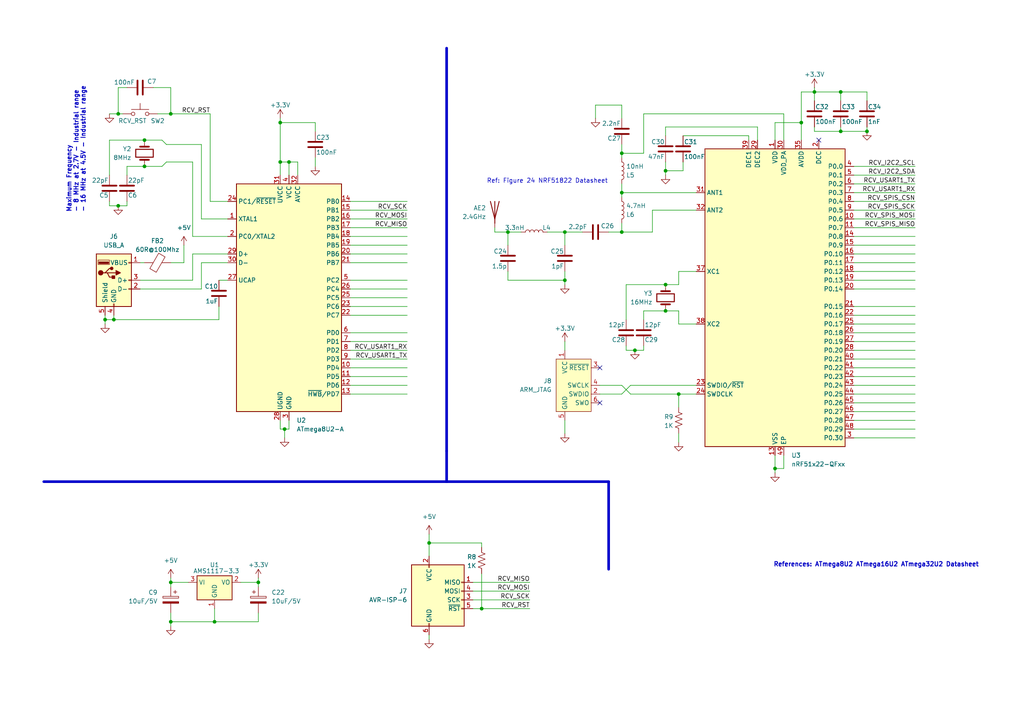
<source format=kicad_sch>
(kicad_sch (version 20231120) (generator "eeschema") (generator_version "8.0")
  (paper "A4")
  (title_block (title "SUDI - Receiver Schematic") (date "2024-07-07") (rev "2") (company "AHAH_TERROR") (comment 1 "Made With Love By AH"))
  (lib_symbols
    (symbol "Connector:AVR-ISP-6" (pin_names (offset 1.016))
      (property "Reference" "J" (at -6.35 11.43 0))
      (property "Value" "AVR-ISP-6" (at 0 11.43 0))
      (symbol "AVR-ISP-6_0_1"
        (rectangle (start -2.667 -6.858) (end -2.413 -7.62))
        (rectangle (start -2.667 10.16) (end -2.413 9.398))
        (rectangle (start 7.62 -2.413) (end 6.858 -2.667))
        (rectangle (start 7.62 0.127) (end 6.858 -0.127))
        (rectangle (start 7.62 2.667) (end 6.858 2.413))
        (rectangle (start 7.62 5.207) (end 6.858 4.953))
        (rectangle (start 7.62 10.16) (end -7.62 -7.62) (stroke (width 0.254)) (fill (type background)))
      )
      (symbol "AVR-ISP-6_1_1"
        (pin passive line (at 10.16 5.08 180) (length 2.54) (name "MISO") (number "1"))
        (pin passive line (at -2.54 12.7 270) (length 2.54) (name "VCC") (number "2"))
        (pin passive line (at 10.16 0 180) (length 2.54) (name "SCK") (number "3"))
        (pin passive line (at 10.16 2.54 180) (length 2.54) (name "MOSI") (number "4"))
        (pin passive line (at 10.16 -2.54 180) (length 2.54) (name "~{RST}") (number "5"))
        (pin passive line (at -2.54 -10.16 90) (length 2.54) (name "GND") (number "6"))
      )
    )
    (symbol "Connector:Conn_ARM_SWD_TagConnect_TC2030-NL" (in_bom no)
      (property "Reference" "J" (at 2.54 11.43 0))
      (property "Value" "Conn_ARM_SWD_TagConnect_TC2030-NL" (at 2.54 8.89 0))
      (symbol "Conn_ARM_SWD_TagConnect_TC2030-NL_0_0"
        (pin power_in line (at -2.54 10.16 270) (length 2.54) (name "VCC") (number "1"))
        (pin bidirectional line (at 7.62 -2.54 180) (length 2.54) (name "SWDIO") (number "2"))
        (pin open_collector line (at 7.62 5.08 180) (length 2.54) (name "~{RESET}") (number "3"))
        (pin output line (at 7.62 0 180) (length 2.54) (name "SWCLK") (number "4"))
        (pin power_in line (at -2.54 -10.16 90) (length 2.54) (name "GND") (number "5"))
        (pin input line (at 7.62 -5.08 180) (length 2.54) (name "SWO") (number "6"))
      )
      (symbol "Conn_ARM_SWD_TagConnect_TC2030-NL_0_1"
        (rectangle (start -5.08 7.62) (end 5.08 -7.62) (fill (type background)))
      )
    )
    (symbol "Connector:USB_A" (pin_names (offset 1.016))
      (property "Reference" "J" (at -5.08 11.43 0))
      (property "Value" "USB_A" (at -5.08 8.89 0))
      (symbol "USB_A_0_1"
        (rectangle (start -5.08 -7.62) (end 5.08 7.62) (stroke (width 0.254)) (fill (type background)))
        (circle (center -3.81 2.159) (radius 0.635) (stroke (width 0.254)) (fill (type outline)))
        (rectangle (start -1.524 4.826) (end -4.318 5.334) (fill (type outline)))
        (rectangle (start -1.27 4.572) (end -4.572 5.842))
        (circle (center -0.635 3.429) (radius 0.381) (stroke (width 0.254)) (fill (type outline)))
        (rectangle (start -0.127 -7.62) (end 0.127 -6.858))
        (polyline (pts (xy -3.175 2.159) (xy -2.54 2.159) (xy -1.27 3.429) (xy -0.635 3.429)) (stroke (width 0.254)))
        (polyline (pts (xy -2.54 2.159) (xy -1.905 2.159) (xy -1.27 0.889) (xy 0 0.889)) (stroke (width 0.254)))
        (polyline (pts (xy 0.635 2.794) (xy 0.635 1.524) (xy 1.905 2.159) (xy 0.635 2.794)) (stroke (width 0.254)) (fill (type outline)))
        (rectangle (start 0.254 1.27) (end -0.508 0.508) (stroke (width 0.254)) (fill (type outline)))
        (rectangle (start 5.08 -2.667) (end 4.318 -2.413))
        (rectangle (start 5.08 -0.127) (end 4.318 0.127))
        (rectangle (start 5.08 4.953) (end 4.318 5.207))
      )
      (symbol "USB_A_1_1"
        (polyline (pts (xy -1.905 2.159) (xy 0.635 2.159)) (stroke (width 0.254)))
        (pin power_in line (at 7.62 5.08 180) (length 2.54) (name "VBUS") (number "1"))
        (pin bidirectional line (at 7.62 -2.54 180) (length 2.54) (name "D-") (number "2"))
        (pin bidirectional line (at 7.62 0 180) (length 2.54) (name "D+") (number "3"))
        (pin power_in line (at 0 -10.16 90) (length 2.54) (name "GND") (number "4"))
        (pin passive line (at -2.54 -10.16 90) (length 2.54) (name "Shield") (number "5"))
      )
    )
    (symbol "Device:Antenna" (pin_numbers hide) (pin_names (offset 1.016) hide)
      (property "Reference" "AE" (at -1.905 1.905 0))
      (property "Value" "Antenna" (at -1.905 0 0))
      (symbol "Antenna_0_1"
        (polyline (pts (xy 0 2.54) (xy 0 -3.81)) (stroke (width 0.254)))
        (polyline (pts (xy 1.27 2.54) (xy 0 -2.54) (xy -1.27 2.54)) (stroke (width 0.254)))
      )
      (symbol "Antenna_1_1"
        (pin input line (at 0 -5.08 90) (length 2.54) (name "A") (number "1"))
      )
    )
    (symbol "Device:C" (pin_numbers hide) (pin_names (offset 0.254))
      (property "Reference" "C" (at 0.635 2.54 0))
      (property "Value" "C" (at 0.635 -2.54 0))
      (symbol "C_0_1"
        (polyline (pts (xy -2.032 -0.762) (xy 2.032 -0.762)) (stroke (width 0.508)))
        (polyline (pts (xy -2.032 0.762) (xy 2.032 0.762)) (stroke (width 0.508)))
      )
      (symbol "C_1_1"
        (pin passive line (at 0 3.81 270) (length 2.794) (name "~") (number "1"))
        (pin passive line (at 0 -3.81 90) (length 2.794) (name "~") (number "2"))
      )
    )
    (symbol "Device:C_Polarized" (pin_numbers hide) (pin_names (offset 0.254))
      (property "Reference" "C" (at 0.635 2.54 0))
      (property "Value" "C_Polarized" (at 0.635 -2.54 0))
      (symbol "C_Polarized_0_1"
        (rectangle (start -2.286 0.508) (end 2.286 1.016))
        (polyline (pts (xy -1.778 2.286) (xy -0.762 2.286)))
        (polyline (pts (xy -1.27 2.794) (xy -1.27 1.778)))
        (rectangle (start 2.286 -0.508) (end -2.286 -1.016) (fill (type outline)))
      )
      (symbol "C_Polarized_1_1"
        (pin passive line (at 0 3.81 270) (length 2.794) (name "~") (number "1"))
        (pin passive line (at 0 -3.81 90) (length 2.794) (name "~") (number "2"))
      )
    )
    (symbol "Device:Crystal" (pin_numbers hide) (pin_names (offset 1.016) hide)
      (property "Reference" "Y" (at 0 3.81 0))
      (property "Value" "Crystal" (at 0 -3.81 0))
      (symbol "Crystal_0_1"
        (rectangle (start -1.143 2.54) (end 1.143 -2.54) (stroke (width 0.3048)))
        (polyline (pts (xy -2.54 0) (xy -1.905 0)))
        (polyline (pts (xy -1.905 -1.27) (xy -1.905 1.27)) (stroke (width 0.508)))
        (polyline (pts (xy 1.905 -1.27) (xy 1.905 1.27)) (stroke (width 0.508)))
        (polyline (pts (xy 2.54 0) (xy 1.905 0)))
      )
      (symbol "Crystal_1_1"
        (pin passive line (at -3.81 0 0) (length 1.27) (name "1") (number "1"))
        (pin passive line (at 3.81 0 180) (length 1.27) (name "2") (number "2"))
      )
    )
    (symbol "Device:FerriteBead" (pin_numbers hide) (pin_names (offset 0))
      (property "Reference" "FB" (at -3.81 0.635 90))
      (property "Value" "FerriteBead" (at 3.81 0 90))
      (symbol "FerriteBead_0_1"
        (polyline (pts (xy 0 -1.27) (xy 0 -1.2192)))
        (polyline (pts (xy 0 1.27) (xy 0 1.2954)))
        (polyline (pts (xy -2.7686 0.4064) (xy -1.7018 2.2606) (xy 2.7686 -0.3048) (xy 1.6764 -2.159) (xy -2.7686 0.4064)))
      )
      (symbol "FerriteBead_1_1"
        (pin passive line (at 0 3.81 270) (length 2.54) (name "~") (number "1"))
        (pin passive line (at 0 -3.81 90) (length 2.54) (name "~") (number "2"))
      )
    )
    (symbol "Device:L" (pin_numbers hide) (pin_names (offset 1.016) hide)
      (property "Reference" "L" (at -1.27 0 90))
      (property "Value" "L" (at 1.905 0 90))
      (symbol "L_0_1"
        (arc (start 0 -2.54) (mid 0.6323 -1.905) (end 0 -1.27))
        (arc (start 0 -1.27) (mid 0.6323 -0.635) (end 0 0))
        (arc (start 0 0) (mid 0.6323 0.635) (end 0 1.27))
        (arc (start 0 1.27) (mid 0.6323 1.905) (end 0 2.54))
      )
      (symbol "L_1_1"
        (pin passive line (at 0 3.81 270) (length 1.27) (name "1") (number "1"))
        (pin passive line (at 0 -3.81 90) (length 1.27) (name "2") (number "2"))
      )
    )
    (symbol "Device:R_US" (pin_numbers hide) (pin_names (offset 0))
      (property "Reference" "R" (at 2.54 0 90))
      (property "Value" "R_US" (at -2.54 0 90))
      (symbol "R_US_0_1"
        (polyline (pts (xy 0 -2.286) (xy 0 -2.54)))
        (polyline (pts (xy 0 2.286) (xy 0 2.54)))
        (polyline (pts (xy 0 -0.762) (xy 1.016 -1.143) (xy 0 -1.524) (xy -1.016 -1.905) (xy 0 -2.286)))
        (polyline (pts (xy 0 0.762) (xy 1.016 0.381) (xy 0 0) (xy -1.016 -0.381) (xy 0 -0.762)))
        (polyline (pts (xy 0 2.286) (xy 1.016 1.905) (xy 0 1.524) (xy -1.016 1.143) (xy 0 0.762)))
      )
      (symbol "R_US_1_1"
        (pin passive line (at 0 3.81 270) (length 1.27) (name "~") (number "1"))
        (pin passive line (at 0 -3.81 90) (length 1.27) (name "~") (number "2"))
      )
    )
    (symbol "MCU_Microchip_ATmega:ATmega8U2-A"
      (property "Reference" "U" (at -15.24 34.29 0))
      (property "Value" "ATmega8U2-A" (at 2.54 -34.29 0))
      (symbol "ATmega8U2-A_0_1"
        (rectangle (start -15.24 -33.02) (end 15.24 33.02) (stroke (width 0.254)) (fill (type background)))
      )
      (symbol "ATmega8U2-A_1_1"
        (pin input line (at -17.78 22.86 0) (length 2.54) (name "XTAL1") (number "1"))
        (pin bidirectional line (at 17.78 -20.32 180) (length 2.54) (name "PD4") (number "10"))
        (pin bidirectional line (at 17.78 -22.86 180) (length 2.54) (name "PD5") (number "11"))
        (pin bidirectional line (at 17.78 -25.4 180) (length 2.54) (name "PD6") (number "12"))
        (pin bidirectional line (at 17.78 -27.94 180) (length 2.54) (name "~{HWB}/PD7") (number "13"))
        (pin bidirectional line (at 17.78 27.94 180) (length 2.54) (name "PB0") (number "14"))
        (pin bidirectional line (at 17.78 25.4 180) (length 2.54) (name "PB1") (number "15"))
        (pin bidirectional line (at 17.78 22.86 180) (length 2.54) (name "PB2") (number "16"))
        (pin bidirectional line (at 17.78 20.32 180) (length 2.54) (name "PB3") (number "17"))
        (pin bidirectional line (at 17.78 17.78 180) (length 2.54) (name "PB4") (number "18"))
        (pin bidirectional line (at 17.78 15.24 180) (length 2.54) (name "PB5") (number "19"))
        (pin bidirectional line (at -17.78 17.78 0) (length 2.54) (name "PC0/XTAL2") (number "2"))
        (pin bidirectional line (at 17.78 12.7 180) (length 2.54) (name "PB6") (number "20"))
        (pin bidirectional line (at 17.78 10.16 180) (length 2.54) (name "PB7") (number "21"))
        (pin bidirectional line (at 17.78 -5.08 180) (length 2.54) (name "PC7") (number "22"))
        (pin bidirectional line (at 17.78 -2.54 180) (length 2.54) (name "PC6") (number "23"))
        (pin bidirectional line (at -17.78 27.94 0) (length 2.54) (name "PC1/~{RESET}") (number "24"))
        (pin bidirectional line (at 17.78 0 180) (length 2.54) (name "PC5") (number "25"))
        (pin bidirectional line (at 17.78 2.54 180) (length 2.54) (name "PC4") (number "26"))
        (pin passive line (at -17.78 5.08 0) (length 2.54) (name "UCAP") (number "27"))
        (pin power_in line (at -2.54 -35.56 90) (length 2.54) (name "UGND") (number "28"))
        (pin bidirectional line (at -17.78 12.7 0) (length 2.54) (name "D+") (number "29"))
        (pin power_in line (at 0 -35.56 90) (length 2.54) (name "GND") (number "3"))
        (pin bidirectional line (at -17.78 10.16 0) (length 2.54) (name "D-") (number "30"))
        (pin power_in line (at -2.54 35.56 270) (length 2.54) (name "UVCC") (number "31"))
        (pin power_in line (at 2.54 35.56 270) (length 2.54) (name "AVCC") (number "32"))
        (pin power_in line (at 0 35.56 270) (length 2.54) (name "VCC") (number "4"))
        (pin bidirectional line (at 17.78 5.08 180) (length 2.54) (name "PC2") (number "5"))
        (pin bidirectional line (at 17.78 -10.16 180) (length 2.54) (name "PD0") (number "6"))
        (pin bidirectional line (at 17.78 -12.7 180) (length 2.54) (name "PD1") (number "7"))
        (pin bidirectional line (at 17.78 -15.24 180) (length 2.54) (name "PD2") (number "8"))
        (pin bidirectional line (at 17.78 -17.78 180) (length 2.54) (name "PD3") (number "9"))
      )
    )
    (symbol "MCU_Nordic:nRF51x22-QFxx"
      (property "Reference" "U" (at 0 2.54 0))
      (property "Value" "nRF51x22-QFxx" (at 0 -2.54 0))
      (symbol "nRF51x22-QFxx_0_1"
        (rectangle (start -20.32 43.18) (end 20.32 -43.18) (stroke (width 0.254)) (fill (type background)))
      )
      (symbol "nRF51x22-QFxx_1_1"
        (pin power_in line (at 0 45.72 270) (length 2.54) (name "VDD") (number "1"))
        (pin bidirectional line (at 22.86 22.86 180) (length 2.54) (name "P0.6") (number "10"))
        (pin bidirectional line (at 22.86 20.32 180) (length 2.54) (name "P0.7") (number "11"))
        (pin passive line (at 0 45.72 270) (length 2.54) hide (name "VDD") (number "12"))
        (pin power_in line (at 0 -45.72 90) (length 2.54) (name "VSS") (number "13"))
        (pin bidirectional line (at 22.86 17.78 180) (length 2.54) (name "P0.8") (number "14"))
        (pin bidirectional line (at 22.86 15.24 180) (length 2.54) (name "P0.9") (number "15"))
        (pin bidirectional line (at 22.86 12.7 180) (length 2.54) (name "P0.10") (number "16"))
        (pin bidirectional line (at 22.86 10.16 180) (length 2.54) (name "P0.11") (number "17"))
        (pin bidirectional line (at 22.86 7.62 180) (length 2.54) (name "P0.12") (number "18"))
        (pin bidirectional line (at 22.86 5.08 180) (length 2.54) (name "P0.13") (number "19"))
        (pin power_out line (at 12.7 45.72 270) (length 2.54) (name "DCC") (number "2"))
        (pin bidirectional line (at 22.86 2.54 180) (length 2.54) (name "P0.14") (number "20"))
        (pin bidirectional line (at 22.86 -2.54 180) (length 2.54) (name "P0.15") (number "21"))
        (pin bidirectional line (at 22.86 -5.08 180) (length 2.54) (name "P0.16") (number "22"))
        (pin bidirectional line (at -22.86 -25.4 0) (length 2.54) (name "SWDIO/~{RST}") (number "23"))
        (pin input line (at -22.86 -27.94 0) (length 2.54) (name "SWDCLK") (number "24"))
        (pin bidirectional line (at 22.86 -7.62 180) (length 2.54) (name "P0.17") (number "25"))
        (pin bidirectional line (at 22.86 -10.16 180) (length 2.54) (name "P0.18") (number "26"))
        (pin bidirectional line (at 22.86 -12.7 180) (length 2.54) (name "P0.19") (number "27"))
        (pin bidirectional line (at 22.86 -15.24 180) (length 2.54) (name "P0.20") (number "28"))
        (pin passive line (at -5.08 45.72 270) (length 2.54) (name "DEC2") (number "29"))
        (pin bidirectional line (at 22.86 -40.64 180) (length 2.54) (name "P0.30") (number "3"))
        (pin power_out line (at 2.54 45.72 270) (length 2.54) (name "VDD_PA") (number "30"))
        (pin output line (at -22.86 30.48 0) (length 2.54) (name "ANT1") (number "31"))
        (pin output line (at -22.86 25.4 0) (length 2.54) (name "ANT2") (number "32"))
        (pin passive line (at 0 -45.72 90) (length 2.54) hide (name "VSS") (number "33"))
        (pin passive line (at 0 -45.72 90) (length 2.54) hide (name "VSS") (number "34"))
        (pin power_in line (at 7.62 45.72 270) (length 2.54) (name "AVDD") (number "35"))
        (pin passive line (at 7.62 45.72 270) (length 2.54) hide (name "AVDD") (number "36"))
        (pin input line (at -22.86 7.62 0) (length 2.54) (name "XC1") (number "37"))
        (pin input line (at -22.86 -7.62 0) (length 2.54) (name "XC2") (number "38"))
        (pin passive line (at -7.62 45.72 270) (length 2.54) (name "DEC1") (number "39"))
        (pin bidirectional line (at 22.86 38.1 180) (length 2.54) (name "P0.0") (number "4"))
        (pin bidirectional line (at 22.86 -17.78 180) (length 2.54) (name "P0.21") (number "40"))
        (pin bidirectional line (at 22.86 -20.32 180) (length 2.54) (name "P0.22") (number "41"))
        (pin bidirectional line (at 22.86 -22.86 180) (length 2.54) (name "P0.23") (number "42"))
        (pin bidirectional line (at 22.86 -25.4 180) (length 2.54) (name "P0.24") (number "43"))
        (pin bidirectional line (at 22.86 -27.94 180) (length 2.54) (name "P0.25") (number "44"))
        (pin bidirectional line (at 22.86 -30.48 180) (length 2.54) (name "P0.26") (number "45"))
        (pin bidirectional line (at 22.86 -33.02 180) (length 2.54) (name "P0.27") (number "46"))
        (pin bidirectional line (at 22.86 -35.56 180) (length 2.54) (name "P0.28") (number "47"))
        (pin bidirectional line (at 22.86 -38.1 180) (length 2.54) (name "P0.29") (number "48"))
        (pin power_in line (at 2.54 -45.72 90) (length 2.54) (name "EP") (number "49"))
        (pin bidirectional line (at 22.86 35.56 180) (length 2.54) (name "P0.1") (number "5"))
        (pin bidirectional line (at 22.86 33.02 180) (length 2.54) (name "P0.2") (number "6"))
        (pin bidirectional line (at 22.86 30.48 180) (length 2.54) (name "P0.3") (number "7"))
        (pin bidirectional line (at 22.86 27.94 180) (length 2.54) (name "P0.4") (number "8"))
        (pin bidirectional line (at 22.86 25.4 180) (length 2.54) (name "P0.5") (number "9"))
      )
    )
    (symbol "Regulator_Linear:AMS1117-3.3"
      (property "Reference" "U" (at -3.81 3.175 0))
      (property "Value" "AMS1117-3.3" (at 0 3.175 0))
      (symbol "AMS1117-3.3_0_1"
        (rectangle (start -5.08 -5.08) (end 5.08 1.905) (stroke (width 0.254)) (fill (type background)))
      )
      (symbol "AMS1117-3.3_1_1"
        (pin power_in line (at 0 -7.62 90) (length 2.54) (name "GND") (number "1"))
        (pin power_out line (at 7.62 0 180) (length 2.54) (name "VO") (number "2"))
        (pin power_in line (at -7.62 0 0) (length 2.54) (name "VI") (number "3"))
      )
    )
    (symbol "Switch:SW_Push" (pin_numbers hide) (pin_names (offset 1.016) hide)
      (property "Reference" "SW" (at 1.27 2.54 0))
      (property "Value" "SW_Push" (at 0 -1.524 0))
      (symbol "SW_Push_0_1"
        (circle (center -2.032 0) (radius 0.508))
        (polyline (pts (xy 0 1.27) (xy 0 3.048)))
        (polyline (pts (xy 2.54 1.27) (xy -2.54 1.27)))
        (circle (center 2.032 0) (radius 0.508))
        (pin passive line (at -5.08 0 0) (length 2.54) (name "1") (number "1"))
        (pin passive line (at 5.08 0 180) (length 2.54) (name "2") (number "2"))
      )
    )
    (symbol "power:+3.3V" (power) (pin_numbers hide) (pin_names (offset 0) hide)
      (property "Value" "+3.3V" (at 0 3.556 0))
      (symbol "+3.3V_0_1"
        (polyline (pts (xy -0.762 1.27) (xy 0 2.54)))
        (polyline (pts (xy 0 0) (xy 0 2.54)))
        (polyline (pts (xy 0 2.54) (xy 0.762 1.27)))
      )
      (symbol "+3.3V_1_1"
        (pin power_in line (at 0 0 90) (length 0) (name "~") (number "1"))
      )
    )
    (symbol "power:+5V" (power) (pin_names (offset 0))
      (property "Value" "+5V" (at 0 3.556 0))
      (symbol "+5V_0_1"
        (polyline (pts (xy -0.762 1.27) (xy 0 2.54)))
        (polyline (pts (xy 0 0) (xy 0 2.54)))
        (polyline (pts (xy 0 2.54) (xy 0.762 1.27)))
      )
      (symbol "+5V_1_1"
        (pin power_in line (at 0 0 90) (length 0) hide (name "+5V") (number "1"))
      )
    )
    (symbol "power:GND" (power) (pin_names (offset 0))
      (property "Value" "GND" (at 0 -3.81 0))
      (symbol "GND_0_1"
        (polyline (pts (xy 0 0) (xy 0 -1.27) (xy 1.27 -1.27) (xy 0 -2.54) (xy -1.27 -1.27) (xy 0 -1.27)))
      )
      (symbol "GND_1_1"
        (pin power_in line (at 0 0 270) (length 0) hide (name "GND") (number "1"))
      )
    )
  )
  (junction (at 83.82 46.99))
  (junction (at 74.93 168.91))
  (junction (at 124.46 157.48))
  (junction (at 251.46 38.1))
  (junction (at 34.29 59.69))
  (junction (at 163.83 67.31))
  (junction (at 34.29 33.02))
  (junction (at 193.04 90.17))
  (junction (at 49.53 168.91))
  (junction (at 193.04 49.53))
  (junction (at 180.34 67.31))
  (junction (at 184.15 101.6))
  (junction (at 236.22 26.67))
  (junction (at 49.53 33.02))
  (junction (at 180.34 44.45))
  (junction (at 196.85 114.3))
  (junction (at 224.79 135.89))
  (junction (at 81.28 35.56))
  (junction (at 243.84 26.67))
  (junction (at 62.23 180.34))
  (junction (at 193.04 82.55))
  (junction (at 49.53 180.34))
  (junction (at 82.55 124.46))
  (junction (at 180.34 55.88))
  (junction (at 232.41 35.56))
  (junction (at 41.91 40.64))
  (junction (at 33.02 92.71))
  (junction (at 30.48 92.71))
  (junction (at 243.84 38.1))
  (junction (at 41.91 48.26))
  (junction (at 81.28 46.99))
  (junction (at 163.83 81.28))
  (junction (at 139.7 176.53))
  (junction (at 147.32 67.31))
  (no_connect (at 173.99 106.68))
  (no_connect (at 237.49 40.64))
  (no_connect (at 173.99 116.84))
  (wire (pts (xy 251.46 29.21) (xy 251.46 26.67)))
  (wire (pts (xy 247.65 58.42) (xy 265.43 58.42)))
  (wire (pts (xy 74.93 167.64) (xy 74.93 168.91)))
  (wire (pts (xy 86.36 50.8) (xy 86.36 46.99)))
  (wire (pts (xy 55.88 46.99) (xy 48.26 46.99)))
  (wire (pts (xy 74.93 177.8) (xy 74.93 180.34)))
  (wire (pts (xy 101.6 114.3) (xy 118.11 114.3)))
  (wire (pts (xy 34.29 33.02) (xy 31.75 33.02)))
  (wire (pts (xy 173.99 111.76) (xy 180.34 111.76)))
  (wire (pts (xy 34.29 25.4) (xy 34.29 33.02)))
  (wire (pts (xy 101.6 91.44) (xy 118.11 91.44)))
  (wire (pts (xy 60.96 33.02) (xy 49.53 33.02)))
  (wire (pts (xy 137.16 168.91) (xy 153.67 168.91)))
  (wire (pts (xy 48.26 46.99) (xy 46.99 48.26)))
  (wire (pts (xy 163.83 71.12) (xy 163.83 67.31)))
  (wire (pts (xy 181.61 82.55) (xy 193.04 82.55)))
  (wire (pts (xy 181.61 92.71) (xy 181.61 82.55)))
  (wire (pts (xy 60.96 58.42) (xy 60.96 33.02)))
  (wire (pts (xy 227.33 135.89) (xy 224.79 135.89)))
  (wire (pts (xy 55.88 81.28) (xy 40.64 81.28)))
  (wire (pts (xy 243.84 26.67) (xy 236.22 26.67)))
  (wire (pts (xy 236.22 29.21) (xy 236.22 26.67)))
  (wire (pts (xy 180.34 67.31) (xy 180.34 64.77)))
  (wire (pts (xy 163.83 81.28) (xy 163.83 82.55)))
  (wire (pts (xy 74.93 168.91) (xy 69.85 168.91)))
  (wire (pts (xy 247.65 124.46) (xy 265.43 124.46)))
  (wire (pts (xy 82.55 124.46) (xy 83.82 124.46)))
  (wire (pts (xy 101.6 101.6) (xy 118.11 101.6)))
  (wire (pts (xy 31.75 58.42) (xy 31.75 59.69)))
  (wire (pts (xy 232.41 26.67) (xy 232.41 35.56)))
  (wire (pts (xy 81.28 35.56) (xy 91.44 35.56)))
  (wire (pts (xy 247.65 88.9) (xy 265.43 88.9)))
  (wire (pts (xy 247.65 63.5) (xy 265.43 63.5)))
  (wire (pts (xy 180.34 55.88) (xy 180.34 53.34)))
  (wire (pts (xy 147.32 78.74) (xy 147.32 81.28)))
  (wire (pts (xy 180.34 111.76) (xy 182.88 114.3)))
  (wire (pts (xy 81.28 46.99) (xy 81.28 50.8)))
  (wire (pts (xy 196.85 90.17) (xy 193.04 90.17)))
  (wire (pts (xy 172.72 30.48) (xy 180.34 30.48)))
  (wire (pts (xy 55.88 68.58) (xy 66.04 68.58)))
  (wire (pts (xy 184.15 101.6) (xy 186.69 101.6)))
  (wire (pts (xy 101.6 88.9) (xy 118.11 88.9)))
  (polyline (pts (xy 129.54 130.81) (xy 129.54 139.7)) (stroke (width 0.762)))
  (wire (pts (xy 180.34 55.88) (xy 201.93 55.88)))
  (wire (pts (xy 193.04 49.53) (xy 198.12 49.53)))
  (wire (pts (xy 247.65 71.12) (xy 265.43 71.12)))
  (wire (pts (xy 247.65 81.28) (xy 265.43 81.28)))
  (wire (pts (xy 186.69 90.17) (xy 193.04 90.17)))
  (wire (pts (xy 53.34 76.2) (xy 49.53 76.2)))
  (wire (pts (xy 196.85 93.98) (xy 201.93 93.98)))
  (wire (pts (xy 163.83 67.31) (xy 168.91 67.31)))
  (wire (pts (xy 48.26 41.91) (xy 58.42 41.91)))
  (wire (pts (xy 101.6 68.58) (xy 118.11 68.58)))
  (wire (pts (xy 180.34 45.72) (xy 180.34 44.45)))
  (wire (pts (xy 101.6 76.2) (xy 118.11 76.2)))
  (wire (pts (xy 247.65 48.26) (xy 265.43 48.26)))
  (wire (pts (xy 247.65 50.8) (xy 265.43 50.8)))
  (wire (pts (xy 182.88 111.76) (xy 201.93 111.76)))
  (wire (pts (xy 193.04 82.55) (xy 196.85 82.55)))
  (wire (pts (xy 172.72 30.48) (xy 172.72 34.29)))
  (wire (pts (xy 198.12 49.53) (xy 198.12 46.99)))
  (wire (pts (xy 33.02 92.71) (xy 30.48 92.71)))
  (wire (pts (xy 247.65 119.38) (xy 265.43 119.38)))
  (polyline (pts (xy 176.53 139.7) (xy 176.53 165.1)) (stroke (width 0.762)))
  (wire (pts (xy 49.53 168.91) (xy 49.53 170.18)))
  (wire (pts (xy 247.65 106.68) (xy 265.43 106.68)))
  (wire (pts (xy 137.16 171.45) (xy 153.67 171.45)))
  (wire (pts (xy 81.28 35.56) (xy 81.28 46.99)))
  (wire (pts (xy 143.51 67.31) (xy 147.32 67.31)))
  (wire (pts (xy 124.46 184.15) (xy 124.46 185.42)))
  (wire (pts (xy 243.84 36.83) (xy 243.84 38.1)))
  (wire (pts (xy 81.28 121.92) (xy 81.28 124.46)))
  (wire (pts (xy 31.75 50.8) (xy 31.75 40.64)))
  (wire (pts (xy 139.7 176.53) (xy 153.67 176.53)))
  (wire (pts (xy 91.44 38.1) (xy 91.44 35.56)))
  (wire (pts (xy 247.65 53.34) (xy 265.43 53.34)))
  (wire (pts (xy 217.17 40.64) (xy 217.17 39.37)))
  (wire (pts (xy 186.69 101.6) (xy 186.69 100.33)))
  (wire (pts (xy 101.6 104.14) (xy 118.11 104.14)))
  (wire (pts (xy 196.85 114.3) (xy 196.85 118.11)))
  (wire (pts (xy 180.34 57.15) (xy 180.34 55.88)))
  (wire (pts (xy 139.7 157.48) (xy 124.46 157.48)))
  (wire (pts (xy 247.65 66.04) (xy 265.43 66.04)))
  (wire (pts (xy 49.53 180.34) (xy 49.53 181.61)))
  (polyline (pts (xy 12.7 139.7) (xy 129.54 139.7)) (stroke (width 0.762)))
  (wire (pts (xy 58.42 41.91) (xy 58.42 63.5)))
  (wire (pts (xy 58.42 83.82) (xy 58.42 76.2)))
  (wire (pts (xy 247.65 93.98) (xy 265.43 93.98)))
  (wire (pts (xy 181.61 101.6) (xy 184.15 101.6)))
  (wire (pts (xy 101.6 71.12) (xy 118.11 71.12)))
  (wire (pts (xy 247.65 114.3) (xy 265.43 114.3)))
  (wire (pts (xy 101.6 99.06) (xy 118.11 99.06)))
  (wire (pts (xy 83.82 46.99) (xy 83.82 50.8)))
  (wire (pts (xy 137.16 173.99) (xy 153.67 173.99)))
  (wire (pts (xy 31.75 59.69) (xy 34.29 59.69)))
  (wire (pts (xy 193.04 46.99) (xy 193.04 49.53)))
  (wire (pts (xy 48.26 41.91) (xy 46.99 40.64)))
  (wire (pts (xy 163.83 78.74) (xy 163.83 81.28)))
  (wire (pts (xy 201.93 60.96) (xy 189.23 60.96)))
  (wire (pts (xy 147.32 71.12) (xy 147.32 67.31)))
  (wire (pts (xy 247.65 127) (xy 265.43 127)))
  (wire (pts (xy 101.6 81.28) (xy 118.11 81.28)))
  (wire (pts (xy 62.23 180.34) (xy 49.53 180.34)))
  (wire (pts (xy 101.6 111.76) (xy 118.11 111.76)))
  (wire (pts (xy 40.64 83.82) (xy 58.42 83.82)))
  (wire (pts (xy 163.83 99.06) (xy 163.83 101.6)))
  (wire (pts (xy 236.22 25.4) (xy 236.22 26.67)))
  (wire (pts (xy 55.88 73.66) (xy 55.88 81.28)))
  (wire (pts (xy 83.82 46.99) (xy 81.28 46.99)))
  (wire (pts (xy 36.83 25.4) (xy 34.29 25.4)))
  (wire (pts (xy 196.85 125.73) (xy 196.85 128.27)))
  (wire (pts (xy 124.46 157.48) (xy 124.46 161.29)))
  (wire (pts (xy 147.32 81.28) (xy 163.83 81.28)))
  (wire (pts (xy 232.41 35.56) (xy 224.79 35.56)))
  (wire (pts (xy 247.65 104.14) (xy 265.43 104.14)))
  (wire (pts (xy 41.91 48.26) (xy 46.99 48.26)))
  (wire (pts (xy 101.6 63.5) (xy 118.11 63.5)))
  (wire (pts (xy 247.65 116.84) (xy 265.43 116.84)))
  (polyline (pts (xy 129.54 130.81) (xy 129.54 13.97)) (stroke (width 0.762)))
  (wire (pts (xy 101.6 96.52) (xy 118.11 96.52)))
  (wire (pts (xy 186.69 92.71) (xy 186.69 90.17)))
  (wire (pts (xy 219.71 36.83) (xy 219.71 40.64)))
  (wire (pts (xy 193.04 39.37) (xy 193.04 36.83)))
  (wire (pts (xy 247.65 68.58) (xy 265.43 68.58)))
  (wire (pts (xy 143.51 66.04) (xy 143.51 67.31)))
  (wire (pts (xy 247.65 121.92) (xy 265.43 121.92)))
  (wire (pts (xy 189.23 67.31) (xy 180.34 67.31)))
  (wire (pts (xy 35.56 33.02) (xy 34.29 33.02)))
  (wire (pts (xy 251.46 26.67) (xy 243.84 26.67)))
  (wire (pts (xy 247.65 91.44) (xy 265.43 91.44)))
  (wire (pts (xy 55.88 46.99) (xy 55.88 68.58)))
  (wire (pts (xy 101.6 86.36) (xy 118.11 86.36)))
  (wire (pts (xy 224.79 135.89) (xy 224.79 137.16)))
  (wire (pts (xy 139.7 158.75) (xy 139.7 157.48)))
  (wire (pts (xy 189.23 60.96) (xy 189.23 67.31)))
  (wire (pts (xy 30.48 91.44) (xy 30.48 92.71)))
  (wire (pts (xy 247.65 73.66) (xy 265.43 73.66)))
  (wire (pts (xy 201.93 78.74) (xy 196.85 78.74)))
  (wire (pts (xy 224.79 132.08) (xy 224.79 135.89)))
  (wire (pts (xy 186.69 33.02) (xy 227.33 33.02)))
  (wire (pts (xy 58.42 76.2) (xy 66.04 76.2)))
  (wire (pts (xy 227.33 33.02) (xy 227.33 40.64)))
  (wire (pts (xy 247.65 101.6) (xy 265.43 101.6)))
  (wire (pts (xy 163.83 121.92) (xy 163.83 125.73)))
  (wire (pts (xy 82.55 124.46) (xy 82.55 127)))
  (wire (pts (xy 173.99 114.3) (xy 180.34 114.3)))
  (wire (pts (xy 44.45 25.4) (xy 49.53 25.4)))
  (wire (pts (xy 58.42 63.5) (xy 66.04 63.5)))
  (wire (pts (xy 33.02 91.44) (xy 33.02 92.71)))
  (wire (pts (xy 236.22 38.1) (xy 243.84 38.1)))
  (wire (pts (xy 36.83 50.8) (xy 36.83 48.26)))
  (wire (pts (xy 232.41 40.64) (xy 232.41 35.56)))
  (wire (pts (xy 41.91 40.64) (xy 46.99 40.64)))
  (wire (pts (xy 193.04 49.53) (xy 193.04 50.8)))
  (wire (pts (xy 247.65 109.22) (xy 265.43 109.22)))
  (wire (pts (xy 36.83 48.26) (xy 41.91 48.26)))
  (wire (pts (xy 49.53 25.4) (xy 49.53 33.02)))
  (wire (pts (xy 139.7 166.37) (xy 139.7 176.53)))
  (wire (pts (xy 81.28 124.46) (xy 82.55 124.46)))
  (wire (pts (xy 101.6 58.42) (xy 118.11 58.42)))
  (wire (pts (xy 182.88 114.3) (xy 196.85 114.3)))
  (wire (pts (xy 186.69 33.02) (xy 186.69 44.45)))
  (wire (pts (xy 49.53 168.91) (xy 54.61 168.91)))
  (wire (pts (xy 243.84 29.21) (xy 243.84 26.67)))
  (wire (pts (xy 137.16 176.53) (xy 139.7 176.53)))
  (polyline (pts (xy 129.54 139.7) (xy 176.53 139.7)) (stroke (width 0.762)))
  (wire (pts (xy 49.53 167.64) (xy 49.53 168.91)))
  (wire (pts (xy 63.5 81.28) (xy 66.04 81.28)))
  (wire (pts (xy 41.91 76.2) (xy 40.64 76.2)))
  (wire (pts (xy 101.6 109.22) (xy 118.11 109.22)))
  (wire (pts (xy 124.46 154.94) (xy 124.46 157.48)))
  (wire (pts (xy 196.85 78.74) (xy 196.85 82.55)))
  (wire (pts (xy 86.36 46.99) (xy 83.82 46.99)))
  (wire (pts (xy 224.79 35.56) (xy 224.79 40.64)))
  (wire (pts (xy 101.6 60.96) (xy 118.11 60.96)))
  (wire (pts (xy 74.93 180.34) (xy 62.23 180.34)))
  (wire (pts (xy 31.75 40.64) (xy 41.91 40.64)))
  (wire (pts (xy 217.17 39.37) (xy 198.12 39.37)))
  (wire (pts (xy 182.88 111.76) (xy 180.34 114.3)))
  (wire (pts (xy 247.65 99.06) (xy 265.43 99.06)))
  (wire (pts (xy 62.23 176.53) (xy 62.23 180.34)))
  (wire (pts (xy 101.6 106.68) (xy 118.11 106.68)))
  (wire (pts (xy 147.32 67.31) (xy 151.13 67.31)))
  (wire (pts (xy 101.6 83.82) (xy 118.11 83.82)))
  (wire (pts (xy 247.65 96.52) (xy 265.43 96.52)))
  (wire (pts (xy 196.85 90.17) (xy 196.85 93.98)))
  (wire (pts (xy 243.84 38.1) (xy 251.46 38.1)))
  (wire (pts (xy 227.33 132.08) (xy 227.33 135.89)))
  (wire (pts (xy 181.61 100.33) (xy 181.61 101.6)))
  (wire (pts (xy 30.48 92.71) (xy 30.48 93.98)))
  (wire (pts (xy 180.34 30.48) (xy 180.34 34.29)))
  (wire (pts (xy 66.04 58.42) (xy 60.96 58.42)))
  (wire (pts (xy 247.65 60.96) (xy 265.43 60.96)))
  (wire (pts (xy 186.69 44.45) (xy 180.34 44.45)))
  (wire (pts (xy 251.46 38.1) (xy 251.46 36.83)))
  (wire (pts (xy 158.75 67.31) (xy 163.83 67.31)))
  (wire (pts (xy 101.6 66.04) (xy 118.11 66.04)))
  (wire (pts (xy 101.6 73.66) (xy 118.11 73.66)))
  (wire (pts (xy 34.29 59.69) (xy 36.83 59.69)))
  (wire (pts (xy 247.65 55.88) (xy 265.43 55.88)))
  (wire (pts (xy 81.28 34.29) (xy 81.28 35.56)))
  (wire (pts (xy 201.93 114.3) (xy 196.85 114.3)))
  (wire (pts (xy 63.5 88.9) (xy 63.5 92.71)))
  (wire (pts (xy 49.53 33.02) (xy 45.72 33.02)))
  (wire (pts (xy 236.22 36.83) (xy 236.22 38.1)))
  (wire (pts (xy 180.34 44.45) (xy 180.34 41.91)))
  (wire (pts (xy 74.93 170.18) (xy 74.93 168.91)))
  (wire (pts (xy 247.65 111.76) (xy 265.43 111.76)))
  (wire (pts (xy 33.02 92.71) (xy 63.5 92.71)))
  (wire (pts (xy 66.04 73.66) (xy 55.88 73.66)))
  (wire (pts (xy 83.82 124.46) (xy 83.82 121.92)))
  (wire (pts (xy 36.83 59.69) (xy 36.83 58.42)))
  (wire (pts (xy 176.53 67.31) (xy 180.34 67.31)))
  (wire (pts (xy 91.44 45.72) (xy 91.44 48.26)))
  (wire (pts (xy 193.04 36.83) (xy 219.71 36.83)))
  (wire (pts (xy 236.22 26.67) (xy 232.41 26.67)))
  (wire (pts (xy 247.65 78.74) (xy 265.43 78.74)))
  (wire (pts (xy 247.65 83.82) (xy 265.43 83.82)))
  (wire (pts (xy 247.65 76.2) (xy 265.43 76.2)))
  (wire (pts (xy 49.53 177.8) (xy 49.53 180.34)))
  (wire (pts (xy 53.34 71.12) (xy 53.34 76.2)))
  (image (at 118.11 -87.63))
  (text "Maximum Frequency\n- 8 MHz at 2.7V - Industrial range\n- 16 MHz at 4.5V - Industrial range" (at 22.098 61.722 90) (effects (font (size 1.27 1.27) (bold yes)) (justify left)))
  (text "Ref: Figure 24 NRF51822 Datasheet" (at 158.75 52.578 0) (effects (font (size 1.27 1.27))))
  (text "References: ATmega8U2 ATmega16U2 ATmega32U2 Datasheet" (at 283.972 163.83 0) (effects (font (size 1.27 1.27) (bold yes)) (justify right)))
  (label "RCV_MISO" (at 118.11 66.04 180))
  (label "RCV_USART1_TX" (at 118.11 104.14 180))
  (label "RCV_SPIS_MOSI" (at 265.43 63.5 180))
  (label "RCV_SCK" (at 118.11 60.96 180))
  (label "RCV_MOSI" (at 153.67 171.45 180))
  (label "RCV_RST" (at 153.67 176.53 180))
  (label "RCV_MOSI" (at 118.11 63.5 180))
  (label "RCV_USART1_RX" (at 118.11 101.6 180))
  (label "RCV_SPIS_MISO" (at 265.43 66.04 180))
  (label "RCV_USART1_RX" (at 265.43 55.88 180))
  (label "RCV_USART1_TX" (at 265.43 53.34 180))
  (label "RCV_RST" (at 60.96 33.02 180))
  (label "RCV_SPIS_SCK" (at 265.43 60.96 180))
  (label "RCV_I2C2_SCL" (at 265.43 48.26 180))
  (label "RCV_I2C2_SDA" (at 265.43 50.8 180))
  (label "RCV_SCK" (at 153.67 173.99 180))
  (label "RCV_SPIS_CSN" (at 265.43 58.42 180))
  (label "RCV_MISO" (at 153.67 168.91 180))
  (symbol (lib_id "power:GND") (at 34.29 59.69 0) (unit 1) (on_board no)
    (property "Reference" "#PWR017" (effects (hide yes)))
    (property "Value" "GND" (effects (hide yes)))
  )
  (symbol (lib_id "power:+5V") (at 49.53 167.64 0) (unit 1) (on_board no)
    (property "Reference" "#PWR024" (effects (hide yes)))
    (property "Value" "+5V" (at 49.53 162.56 0))
  )
  (symbol (lib_id "Device:C") (at 181.61 96.52 180) (unit 1) (on_board no)
    (property "Reference" "C28" (at 181.356 98.552 0) (effects (justify left)))
    (property "Value" "12pF" (at 181.356 94.234 0) (effects (justify left)))
    (property "Footprint" "Capacitor_SMD:C_0805_2012Metric_Pad1.18x1.45mm_HandSolder" (effects (hide yes)))
    (property "Description" "Unpolarized capacitor" (effects (hide yes)))
  )
  (symbol (lib_id "power:GND") (at 196.85 128.27 0) (unit 1) (on_board no)
    (property "Reference" "#PWR052" (effects (hide yes)))
    (property "Value" "GND" (effects (hide yes)))
  )
  (symbol (lib_id "Device:L") (at 154.94 67.31 90) (unit 1) (on_board no)
    (property "Reference" "L4" (at 159.766 66.04 90) (effects (justify left)))
    (property "Value" "3.3nH" (at 152.146 66.04 90) (effects (justify left)))
    (property "Footprint" "Inductor_SMD:L_0603_1608Metric_Pad1.05x0.95mm_HandSolder" (effects (hide yes)))
    (property "Description" "Inductor" (effects (hide yes)))
  )
  (symbol (lib_id "Device:C") (at 198.12 43.18 0) (unit 1) (on_board no)
    (property "Reference" "C31" (at 198.374 41.148 0) (effects (justify left)))
    (property "Value" "100nF" (at 198.374 45.466 0) (effects (justify left)))
    (property "Footprint" "Capacitor_SMD:C_0805_2012Metric_Pad1.18x1.45mm_HandSolder" (effects (hide yes)))
    (property "Description" "Unpolarized capacitor" (effects (hide yes)))
  )
  (symbol (lib_id "Device:C") (at 147.32 74.93 0) (mirror y) (unit 1) (on_board no)
    (property "Reference" "C24" (at 147.066 72.898 0) (effects (justify left)))
    (property "Value" "1.5p" (at 147.066 77.216 0) (effects (justify left)))
    (property "Footprint" "Capacitor_SMD:C_0805_2012Metric_Pad1.18x1.45mm_HandSolder" (effects (hide yes)))
    (property "Description" "Unpolarized capacitor" (effects (hide yes)))
  )
  (symbol (lib_id "power:GND") (at 251.46 38.1 0) (unit 1) (on_board no)
    (property "Reference" "#PWR055" (effects (hide yes)))
    (property "Value" "GND" (effects (hide yes)))
  )
  (symbol (lib_id "power:GND") (at 82.55 127 0) (mirror y) (unit 1) (on_board no)
    (property "Reference" "#PWR032" (effects (hide yes)))
    (property "Value" "GND" (effects (hide yes)))
  )
  (symbol (lib_id "Device:C") (at 36.83 54.61 0) (mirror x) (unit 1) (on_board no)
    (property "Reference" "C6" (at 37.084 56.642 0) (effects (justify left)))
    (property "Value" "22pF" (at 37.084 52.324 0) (effects (justify left)))
    (property "Footprint" "Capacitor_SMD:C_0805_2012Metric_Pad1.18x1.45mm_HandSolder" (effects (hide yes)))
    (property "Description" "Unpolarized capacitor" (effects (hide yes)))
  )
  (symbol (lib_id "MCU_Nordic:nRF51x22-QFxx") (at 224.79 86.36 0) (unit 1) (on_board no)
    (property "Reference" "U3" (at 229.5241 132.08 0) (effects (justify left)))
    (property "Value" "nRF51x22-QFxx" (at 229.5241 134.62 0) (effects (justify left)))
    (property "Footprint" "Package_DFN_QFN:QFN-48-1EP_6x6mm_P0.4mm_EP4.6x4.6mm" (effects (hide yes)))
    (property "Datasheet" "http://infocenter.nordicsemi.com/pdf/nRF51822_PS_v3.3.pdf" (effects (hide yes)))
    (property "Description" "Multiprotocol BLE/2.4GHz Cortex-M0+ SoC" (effects (hide yes)))
  )
  (symbol (lib_id "Device:C") (at 186.69 96.52 0) (mirror x) (unit 1) (on_board no)
    (property "Reference" "C29" (at 186.944 98.552 0) (effects (justify left)))
    (property "Value" "12pF" (at 186.944 94.234 0) (effects (justify left)))
    (property "Footprint" "Capacitor_SMD:C_0805_2012Metric_Pad1.18x1.45mm_HandSolder" (effects (hide yes)))
    (property "Description" "Unpolarized capacitor" (effects (hide yes)))
  )
  (symbol (lib_id "Device:C") (at 31.75 54.61 180) (unit 1) (on_board no)
    (property "Reference" "C5" (at 31.496 56.642 0) (effects (justify left)))
    (property "Value" "22pF" (at 31.496 52.324 0) (effects (justify left)))
    (property "Footprint" "Capacitor_SMD:C_0805_2012Metric_Pad1.18x1.45mm_HandSolder" (effects (hide yes)))
    (property "Description" "Unpolarized capacitor" (effects (hide yes)))
  )
  (symbol (lib_id "Device:C") (at 243.84 33.02 0) (unit 1) (on_board no)
    (property "Reference" "C33" (at 244.094 30.988 0) (effects (justify left)))
    (property "Value" "100nF" (at 244.094 35.306 0) (effects (justify left)))
    (property "Footprint" "Capacitor_SMD:C_0805_2012Metric_Pad1.18x1.45mm_HandSolder" (effects (hide yes)))
    (property "Description" "Unpolarized capacitor" (effects (hide yes)))
  )
  (symbol (lib_id "Device:L") (at 180.34 60.96 0) (mirror x) (unit 1) (on_board no)
    (property "Reference" "L6" (at 181.61 62.2301 0) (effects (justify left)))
    (property "Value" "4.7nH" (at 181.61 59.6901 0) (effects (justify left)))
    (property "Footprint" "Inductor_SMD:L_0603_1608Metric_Pad1.05x0.95mm_HandSolder" (effects (hide yes)))
    (property "Description" "Inductor" (effects (hide yes)))
  )
  (symbol (lib_id "power:GND") (at 30.48 93.98 0) (unit 1) (on_board no)
    (property "Reference" "#PWR04" (effects (hide yes)))
    (property "Value" "GND" (effects (hide yes)))
  )
  (symbol (lib_id "power:GND") (at 49.53 181.61 0) (unit 1) (on_board no)
    (property "Reference" "#PWR025" (effects (hide yes)))
    (property "Value" "GND" (effects (hide yes)))
  )
  (symbol (lib_id "Device:C") (at 236.22 33.02 0) (unit 1) (on_board no)
    (property "Reference" "C32" (at 236.474 30.988 0) (effects (justify left)))
    (property "Value" "100nF" (at 236.474 35.306 0) (effects (justify left)))
    (property "Footprint" "Capacitor_SMD:C_0805_2012Metric_Pad1.18x1.45mm_HandSolder" (effects (hide yes)))
    (property "Description" "Unpolarized capacitor" (effects (hide yes)))
  )
  (symbol (lib_id "Device:C") (at 251.46 33.02 0) (unit 1) (on_board no)
    (property "Reference" "C34" (at 251.714 30.988 0) (effects (justify left)))
    (property "Value" "1nF" (at 251.714 35.306 0) (effects (justify left)))
    (property "Footprint" "Capacitor_SMD:C_0805_2012Metric_Pad1.18x1.45mm_HandSolder" (effects (hide yes)))
    (property "Description" "Unpolarized capacitor" (effects (hide yes)))
  )
  (symbol (lib_id "Connector:USB_A") (at 33.02 81.28 0) (unit 1) (on_board no)
    (property "Reference" "J6" (at 33.02 68.58 0))
    (property "Value" "USB_A" (at 33.02 71.12 0))
    (property "Footprint" "Connector_USB:USB_A_CNCTech_1001-011-01101_Horizontal" (effects (hide yes)))
    (property "Datasheet" " ~" (effects (hide yes)))
    (property "Description" "USB Type A connector" (effects (hide yes)))
  )
  (symbol (lib_id "Device:FerriteBead") (at 45.72 76.2 90) (unit 1) (on_board no)
    (property "Reference" "FB2" (at 45.6692 69.85 90))
    (property "Value" "60R@100Mhz" (at 45.6692 72.39 90))
    (property "Footprint" "Inductor_SMD:L_0603_1608Metric_Pad1.05x0.95mm_HandSolder" (effects (hide yes)))
    (property "Description" "Ferrite bead" (effects (hide yes)))
  )
  (symbol (lib_id "power:GND") (at 172.72 34.29 0) (unit 1) (on_board no)
    (property "Reference" "#PWR049" (effects (hide yes)))
    (property "Value" "GND" (effects (hide yes)))
  )
  (symbol (lib_id "Switch:SW_Push") (at 40.64 33.02 0) (unit 1) (on_board no)
    (property "Reference" "SW2" (at 43.688 35.052 0) (effects (justify left)))
    (property "Value" "RCV_RST" (at 34.29 35.052 0) (effects (justify left)))
    (property "Footprint" "Button_Switch_SMD:SW_Push_1P1T_NO_6x6mm_H9.5mm" (effects (hide yes)))
    (property "Description" "Push button switch, generic, two pins" (effects (hide yes)))
  )
  (symbol (lib_id "power:+3.3V") (at 163.83 99.06 0) (unit 1) (on_board no)
    (property "Reference" "#PWR047" (effects (hide yes)))
    (property "Value" "+3.3V" (at 163.83 95.25 0))
    (property "Description" "Power symbol creates a global label with name \"+3.3V\"" (effects (hide yes)))
  )
  (symbol (lib_id "power:GND") (at 163.83 82.55 0) (mirror y) (unit 1) (on_board no)
    (property "Reference" "#PWR046" (effects (hide yes)))
    (property "Value" "GND" (effects (hide yes)))
  )
  (symbol (lib_id "Device:C") (at 180.34 38.1 180) (unit 1) (on_board no)
    (property "Reference" "C27" (at 180.086 40.132 0) (effects (justify left)))
    (property "Value" "2.2nF" (at 180.086 35.814 0) (effects (justify left)))
    (property "Footprint" "Capacitor_SMD:C_0805_2012Metric_Pad1.18x1.45mm_HandSolder" (effects (hide yes)))
    (property "Description" "Unpolarized capacitor" (effects (hide yes)))
  )
  (symbol (lib_id "power:GND") (at 193.04 50.8 0) (unit 1) (on_board no)
    (property "Reference" "#PWR051" (effects (hide yes)))
    (property "Value" "GND" (effects (hide yes)))
  )
  (symbol (lib_id "Device:C") (at 91.44 41.91 0) (unit 1) (on_board no)
    (property "Reference" "C23" (at 91.694 39.878 0) (effects (justify left)))
    (property "Value" "100nF" (at 91.694 44.196 0) (effects (justify left)))
    (property "Footprint" "Capacitor_SMD:C_0805_2012Metric_Pad1.18x1.45mm_HandSolder" (effects (hide yes)))
    (property "Description" "Unpolarized capacitor" (effects (hide yes)))
  )
  (symbol (lib_id "Connector:Conn_ARM_SWD_TagConnect_TC2030-NL") (at 166.37 111.76 0) (unit 1) (in_bom no) (on_board no)
    (property "Reference" "J8" (at 160.02 110.4899 0) (effects (justify right)))
    (property "Value" "ARM_JTAG" (at 160.02 113.0299 0) (effects (justify right)))
    (property "Footprint" "Connector_PinHeader_1.27mm:PinHeader_2x05_P1.27mm_Vertical" (effects (hide yes)))
    (property "Datasheet" "https://www.tag-connect.com/wp-content/uploads/bsk-pdf-manager/TC2030-CTX_1.pdf" (effects (hide yes)))
    (property "Description" "Tag-Connect ARM Cortex SWD JTAG connector, 6 pin, no legs" (effects (hide yes)))
  )
  (symbol (lib_id "Regulator_Linear:AMS1117-3.3") (at 62.23 168.91 0) (unit 1) (on_board no)
    (property "Reference" "U1" (at 62.23 163.83 0))
    (property "Value" "AMS1117-3.3" (at 62.738 165.608 0))
    (property "Footprint" "Package_TO_SOT_SMD:SOT-223-3_TabPin2" (effects (hide yes)))
    (property "Datasheet" "http://www.advanced-monolithic.com/pdf/ds1117.pdf" (effects (hide yes)))
    (property "Description" "1A Low Dropout regulator, positive, 3.3V fixed output, SOT-223" (effects (hide yes)))
  )
  (symbol (lib_id "Device:Antenna") (at 143.51 60.96 0) (mirror y) (unit 1) (on_board no)
    (property "Reference" "AE2" (at 140.97 60.3249 0) (effects (justify left)))
    (property "Value" "2.4GHz" (at 140.97 62.8649 0) (effects (justify left)))
    (property "Footprint" "RF_Antenna:Texas_SWRA117D_2.4GHz_Left" (effects (hide yes)))
    (property "Description" "Antenna" (effects (hide yes)))
  )
  (symbol (lib_id "MCU_Microchip_ATmega:ATmega8U2-A") (at 83.82 86.36 0) (unit 1) (on_board no)
    (property "Reference" "U2" (at 86.0141 121.92 0) (effects (justify left)))
    (property "Value" "ATmega8U2-A" (at 86.0141 124.46 0) (effects (justify left)))
    (property "Footprint" "Package_QFP:TQFP-32_7x7mm_P0.8mm" (effects (hide yes)))
    (property "Datasheet" "http://ww1.microchip.com/downloads/en/DeviceDoc/doc7799.pdf" (effects (hide yes)))
    (property "Description" "16MHz, 8kB Flash, 512B SRAM, 512B EEPROM, TQFP-32" (effects (hide yes)))
  )
  (symbol (lib_id "Device:C") (at 40.64 25.4 270) (mirror x) (unit 1) (on_board no)
    (property "Reference" "C7" (at 42.672 23.622 90) (effects (justify left)))
    (property "Value" "100nF" (at 33.02 23.876 90) (effects (justify left)))
    (property "Footprint" "Capacitor_SMD:C_0805_2012Metric_Pad1.18x1.45mm_HandSolder" (effects (hide yes)))
    (property "Description" "Unpolarized capacitor" (effects (hide yes)))
  )
  (symbol (lib_id "Device:Crystal") (at 41.91 44.45 90) (mirror x) (unit 1) (on_board no)
    (property "Reference" "Y2" (at 38.1 43.1799 90) (effects (justify left)))
    (property "Value" "8MHz" (at 38.1 45.7199 90) (effects (justify left)))
    (property "Footprint" "Crystal:Crystal_HC50_Vertical" (effects (hide yes)))
    (property "Description" "Two pin crystal" (effects (hide yes)))
  )
  (symbol (lib_id "Device:C_Polarized") (at 74.93 173.99 0) (unit 1) (on_board no)
    (property "Reference" "C22" (at 78.74 171.8309 0) (effects (justify left)))
    (property "Value" "10uF/5V" (at 78.74 174.3709 0) (effects (justify left)))
    (property "Footprint" "Capacitor_SMD:C_0805_2012Metric_Pad1.18x1.45mm_HandSolder" (effects (hide yes)))
    (property "Description" "Polarized capacitor" (effects (hide yes)))
  )
  (symbol (lib_id "Device:C") (at 163.83 74.93 0) (mirror y) (unit 1) (on_board no)
    (property "Reference" "C25" (at 163.576 72.898 0) (effects (justify left)))
    (property "Value" "1pF" (at 163.576 77.216 0) (effects (justify left)))
    (property "Footprint" "Capacitor_SMD:C_0805_2012Metric_Pad1.18x1.45mm_HandSolder" (effects (hide yes)))
    (property "Description" "Unpolarized capacitor" (effects (hide yes)))
  )
  (symbol (lib_id "Device:C") (at 63.5 85.09 0) (mirror y) (unit 1) (on_board no)
    (property "Reference" "C10" (at 63.246 83.058 0) (effects (justify left)))
    (property "Value" "1uF" (at 63.246 87.376 0) (effects (justify left)))
    (property "Footprint" "Capacitor_SMD:C_0805_2012Metric_Pad1.18x1.45mm_HandSolder" (effects (hide yes)))
    (property "Description" "Unpolarized capacitor" (effects (hide yes)))
  )
  (symbol (lib_id "Device:C_Polarized") (at 49.53 173.99 0) (mirror y) (unit 1) (on_board no)
    (property "Reference" "C9" (at 45.72 171.8309 0) (effects (justify left)))
    (property "Value" "10uF/5V" (at 45.72 174.3709 0) (effects (justify left)))
    (property "Footprint" "Capacitor_SMD:C_0805_2012Metric_Pad1.18x1.45mm_HandSolder" (effects (hide yes)))
    (property "Description" "Polarized capacitor" (effects (hide yes)))
  )
  (symbol (lib_id "Device:C") (at 172.72 67.31 270) (mirror x) (unit 1) (on_board no)
    (property "Reference" "C26" (at 174.244 65.532 90) (effects (justify left)))
    (property "Value" "2.2pF" (at 164.846 65.786 90) (effects (justify left)))
    (property "Footprint" "Capacitor_SMD:C_0805_2012Metric_Pad1.18x1.45mm_HandSolder" (effects (hide yes)))
    (property "Description" "Unpolarized capacitor" (effects (hide yes)))
  )
  (symbol (lib_id "power:+3.3V") (at 74.93 167.64 0) (unit 1) (on_board no)
    (property "Reference" "#PWR030" (effects (hide yes)))
    (property "Value" "+3.3V" (at 74.93 163.83 0))
    (property "Description" "Power symbol creates a global label with name \"+3.3V\"" (effects (hide yes)))
  )
  (symbol (lib_id "power:GND") (at 163.83 125.73 0) (unit 1) (on_board no)
    (property "Reference" "#PWR048" (effects (hide yes)))
    (property "Value" "GND" (effects (hide yes)))
  )
  (symbol (lib_id "power:+5V") (at 53.34 71.12 0) (unit 1) (on_board no)
    (property "Reference" "#PWR029" (effects (hide yes)))
    (property "Value" "+5V" (at 53.34 66.04 0))
  )
  (symbol (lib_id "Device:L") (at 180.34 49.53 0) (mirror x) (unit 1) (on_board no)
    (property "Reference" "L5" (at 181.61 50.8001 0) (effects (justify left)))
    (property "Value" "10nH" (at 181.61 48.2601 0) (effects (justify left)))
    (property "Footprint" "Inductor_SMD:L_0603_1608Metric_Pad1.05x0.95mm_HandSolder" (effects (hide yes)))
    (property "Description" "Inductor" (effects (hide yes)))
  )
  (symbol (lib_id "power:GND") (at 224.79 137.16 0) (unit 1) (on_board no)
    (property "Reference" "#PWR053" (effects (hide yes)))
    (property "Value" "GND" (effects (hide yes)))
  )
  (symbol (lib_id "Device:R_US") (at 139.7 162.56 180) (unit 1) (on_board no)
    (property "Reference" "R8" (at 138.176 161.544 0) (effects (justify left)))
    (property "Value" "1K" (at 138.176 164.084 0) (effects (justify left)))
    (property "Footprint" "Resistor_SMD:R_0805_2012Metric_Pad1.20x1.40mm_HandSolder" (effects (hide yes)))
  )
  (symbol (lib_id "Device:C") (at 193.04 43.18 0) (mirror y) (unit 1) (on_board no)
    (property "Reference" "C30" (at 192.786 41.148 0) (effects (justify left)))
    (property "Value" "47nF" (at 192.786 45.466 0) (effects (justify left)))
    (property "Footprint" "Capacitor_SMD:C_0805_2012Metric_Pad1.18x1.45mm_HandSolder" (effects (hide yes)))
    (property "Description" "Unpolarized capacitor" (effects (hide yes)))
  )
  (symbol (lib_id "Device:Crystal") (at 193.04 86.36 90) (mirror x) (unit 1) (on_board no)
    (property "Reference" "Y3" (at 189.23 85.0899 90) (effects (justify left)))
    (property "Value" "16MHz" (at 189.23 87.6299 90) (effects (justify left)))
    (property "Footprint" "Crystal:Crystal_HC50_Vertical" (effects (hide yes)))
    (property "Description" "Two pin crystal" (effects (hide yes)))
  )
  (symbol (lib_id "power:GND") (at 31.75 33.02 0) (mirror y) (unit 1) (on_board no)
    (property "Reference" "#PWR010" (effects (hide yes)))
    (property "Value" "GND" (effects (hide yes)))
  )
  (symbol (lib_id "Connector:AVR-ISP-6") (at 127 173.99 0) (unit 1) (on_board no)
    (property "Reference" "J7" (at 118.11 171.4499 0) (effects (justify right)))
    (property "Value" "AVR-ISP-6" (at 118.11 173.9899 0) (effects (justify right)))
    (property "Footprint" "Connector_PinHeader_2.54mm:PinHeader_2x05_P2.54mm_Vertical" (effects (hide yes)))
    (property "Datasheet" " ~" (effects (hide yes)))
    (property "Description" "Atmel 6-pin ISP connector" (effects (hide yes)))
  )
  (symbol (lib_id "power:GND") (at 184.15 101.6 0) (unit 1) (on_board no)
    (property "Reference" "#PWR050" (effects (hide yes)))
    (property "Value" "GND" (effects (hide yes)))
  )
  (symbol (lib_id "power:+3.3V") (at 81.28 34.29 0) (unit 1) (on_board no)
    (property "Reference" "#PWR031" (effects (hide yes)))
    (property "Value" "+3.3V" (at 81.28 30.48 0))
    (property "Description" "Power symbol creates a global label with name \"+3.3V\"" (effects (hide yes)))
  )
  (symbol (lib_id "power:GND") (at 91.44 48.26 0) (unit 1) (on_board no)
    (property "Reference" "#PWR043" (effects (hide yes)))
    (property "Value" "GND" (effects (hide yes)))
  )
  (symbol (lib_id "power:GND") (at 124.46 185.42 0) (mirror y) (unit 1) (on_board no)
    (property "Reference" "#PWR045" (effects (hide yes)))
    (property "Value" "GND" (effects (hide yes)))
  )
  (symbol (lib_id "Device:R_US") (at 196.85 121.92 180) (unit 1) (on_board no)
    (property "Reference" "R9" (at 195.326 120.904 0) (effects (justify left)))
    (property "Value" "1K" (at 195.326 123.444 0) (effects (justify left)))
    (property "Footprint" "Resistor_SMD:R_0805_2012Metric_Pad1.20x1.40mm_HandSolder" (effects (hide yes)))
  )
  (symbol (lib_id "power:+3.3V") (at 236.22 25.4 0) (unit 1) (on_board no)
    (property "Reference" "#PWR054" (effects (hide yes)))
    (property "Value" "+3.3V" (at 236.22 21.59 0))
    (property "Description" "Power symbol creates a global label with name \"+3.3V\"" (effects (hide yes)))
  )
  (symbol (lib_id "power:+5V") (at 124.46 154.94 0) (unit 1) (on_board no)
    (property "Reference" "#PWR044" (effects (hide yes)))
    (property "Value" "+5V" (at 124.46 149.86 0))
  )
)
</source>
